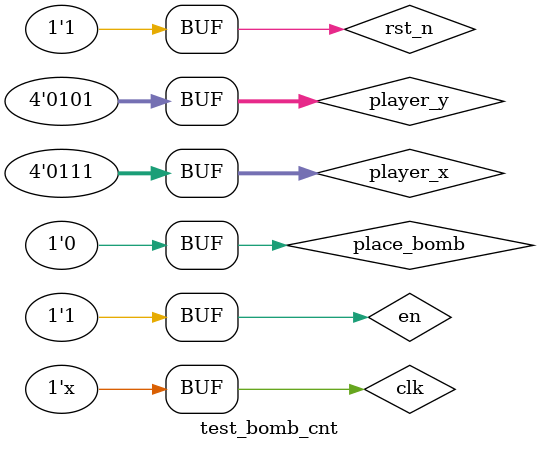
<source format=v>
`timescale 1ns / 1ps

module test_bomb_cnt;
reg clk, rst_n;
reg en, place_bomb;
reg [3:0] player_x, player_y;
wire bomb_en, bomb_trig;
wire [3:0] bomb_x, bomb_y;

bomb_cnt U0(
    .clk(clk),
    .rst_n(rst_n),
    .en(en),
    .place_bomb(place_bomb),
    .player_x(player_x),
    .player_y(player_y),
    .bomb_en(bomb_en),
    .bomb_trig(bomb_trig),
    .bomb_x(bomb_x),
    .bomb_y(bomb_y)
);

initial
begin
    clk = 1;
    rst_n = 0;
    en = 0;
    {player_x, player_y} = 8'h35;
    #5 rst_n = 1;
    #95 place_bomb = 1;
    #10 place_bomb = 0;
    #500 en = 1;
    #595 place_bomb = 1;
    #10 place_bomb = 0;
    #80 {player_x, player_y} = 8'h42;
    #80 {player_x, player_y} = 8'h75;
end

always
    #5 clk = ~clk;

endmodule

</source>
